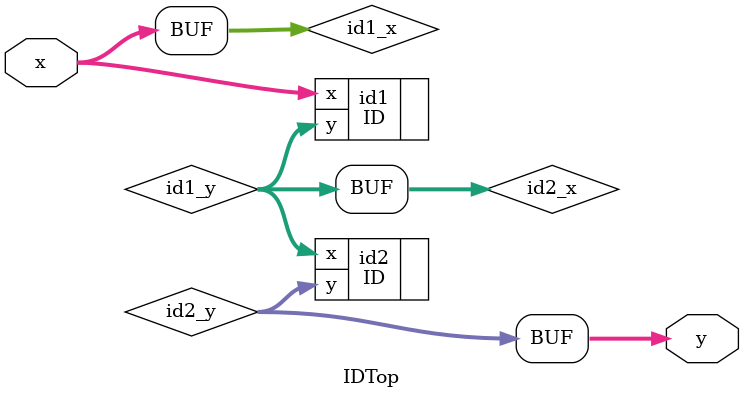
<source format=v>
`default_nettype	           none
`timescale 1ns/1ps
`include "IDTop_defs.v"


module IDTop(
  input  wire signed [15:0] x,
  output reg  signed [15:0] y
);
  wire        signed [15:0] id1_y;
  wire        signed [15:0] id2_y;
  reg         signed [15:0] id1_x;
  reg         signed [15:0] id2_x;
  ID id1(
    .x                      (id1_x),
    .y                      (id1_y)
  );
  ID id2(
    .x                      (id2_x),
    .y                      (id2_y)
  );
  always @(x or id1_y or id2_y)
  begin
    id1_x                   = x;
    id2_x                   = id1_y;
    y                       = id2_y;
  end
endmodule
</source>
